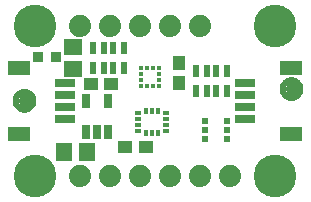
<source format=gbr>
G04 EAGLE Gerber RS-274X export*
G75*
%MOMM*%
%FSLAX34Y34*%
%LPD*%
%INSoldermask Top*%
%IPPOS*%
%AMOC8*
5,1,8,0,0,1.08239X$1,22.5*%
G01*
%ADD10R,1.341600X1.601600*%
%ADD11R,0.651600X1.301600*%
%ADD12R,1.601600X1.341600*%
%ADD13R,1.176600X1.101600*%
%ADD14R,0.551600X1.001600*%
%ADD15R,0.601600X0.601600*%
%ADD16R,0.601600X0.501600*%
%ADD17C,3.617600*%
%ADD18R,1.651600X0.701600*%
%ADD19R,1.901600X1.301600*%
%ADD20C,1.101600*%
%ADD21C,0.500000*%
%ADD22R,0.901600X0.901600*%
%ADD23R,1.101600X1.176600*%
%ADD24C,1.879600*%
%ADD25R,0.376600X0.351600*%
%ADD26R,0.351600X0.376600*%
%ADD27R,0.576600X0.351600*%
%ADD28R,0.351600X0.576600*%


D10*
X69317Y45974D03*
X50317Y45974D03*
D11*
X68478Y62564D03*
X77978Y62564D03*
X87478Y62564D03*
X87478Y88566D03*
X68478Y88566D03*
D12*
X57785Y115595D03*
X57785Y134595D03*
D13*
X72780Y102870D03*
X89780Y102870D03*
D14*
X187625Y96910D03*
X187625Y113910D03*
X178625Y96910D03*
X170625Y96910D03*
X161625Y96910D03*
X161625Y113910D03*
X178625Y113910D03*
X170625Y113910D03*
D15*
X187562Y56508D03*
D16*
X187562Y64008D03*
D15*
X187562Y71508D03*
X169562Y71508D03*
D16*
X169562Y64008D03*
D15*
X169562Y56508D03*
D17*
X25400Y152400D03*
X228600Y152400D03*
D18*
X203460Y83900D03*
X203460Y93900D03*
X203460Y73900D03*
X203460Y103900D03*
D19*
X242460Y60900D03*
X242460Y116900D03*
D18*
X50540Y93900D03*
X50540Y83900D03*
X50540Y103900D03*
X50540Y73900D03*
D19*
X11540Y116900D03*
X11540Y60900D03*
D20*
X16510Y88900D03*
D21*
X16510Y96400D02*
X16329Y96398D01*
X16148Y96391D01*
X15967Y96380D01*
X15786Y96365D01*
X15606Y96345D01*
X15426Y96321D01*
X15247Y96293D01*
X15069Y96260D01*
X14892Y96223D01*
X14715Y96182D01*
X14540Y96137D01*
X14365Y96087D01*
X14192Y96033D01*
X14021Y95975D01*
X13850Y95913D01*
X13682Y95846D01*
X13515Y95776D01*
X13349Y95702D01*
X13186Y95623D01*
X13025Y95541D01*
X12865Y95455D01*
X12708Y95365D01*
X12553Y95271D01*
X12400Y95174D01*
X12250Y95072D01*
X12102Y94968D01*
X11956Y94859D01*
X11814Y94748D01*
X11674Y94632D01*
X11537Y94514D01*
X11402Y94392D01*
X11271Y94267D01*
X11143Y94139D01*
X11018Y94008D01*
X10896Y93873D01*
X10778Y93736D01*
X10662Y93596D01*
X10551Y93454D01*
X10442Y93308D01*
X10338Y93160D01*
X10236Y93010D01*
X10139Y92857D01*
X10045Y92702D01*
X9955Y92545D01*
X9869Y92385D01*
X9787Y92224D01*
X9708Y92061D01*
X9634Y91895D01*
X9564Y91728D01*
X9497Y91560D01*
X9435Y91389D01*
X9377Y91218D01*
X9323Y91045D01*
X9273Y90870D01*
X9228Y90695D01*
X9187Y90518D01*
X9150Y90341D01*
X9117Y90163D01*
X9089Y89984D01*
X9065Y89804D01*
X9045Y89624D01*
X9030Y89443D01*
X9019Y89262D01*
X9012Y89081D01*
X9010Y88900D01*
X16510Y96400D02*
X16691Y96398D01*
X16872Y96391D01*
X17053Y96380D01*
X17234Y96365D01*
X17414Y96345D01*
X17594Y96321D01*
X17773Y96293D01*
X17951Y96260D01*
X18128Y96223D01*
X18305Y96182D01*
X18480Y96137D01*
X18655Y96087D01*
X18828Y96033D01*
X18999Y95975D01*
X19170Y95913D01*
X19338Y95846D01*
X19505Y95776D01*
X19671Y95702D01*
X19834Y95623D01*
X19995Y95541D01*
X20155Y95455D01*
X20312Y95365D01*
X20467Y95271D01*
X20620Y95174D01*
X20770Y95072D01*
X20918Y94968D01*
X21064Y94859D01*
X21206Y94748D01*
X21346Y94632D01*
X21483Y94514D01*
X21618Y94392D01*
X21749Y94267D01*
X21877Y94139D01*
X22002Y94008D01*
X22124Y93873D01*
X22242Y93736D01*
X22358Y93596D01*
X22469Y93454D01*
X22578Y93308D01*
X22682Y93160D01*
X22784Y93010D01*
X22881Y92857D01*
X22975Y92702D01*
X23065Y92545D01*
X23151Y92385D01*
X23233Y92224D01*
X23312Y92061D01*
X23386Y91895D01*
X23456Y91728D01*
X23523Y91560D01*
X23585Y91389D01*
X23643Y91218D01*
X23697Y91045D01*
X23747Y90870D01*
X23792Y90695D01*
X23833Y90518D01*
X23870Y90341D01*
X23903Y90163D01*
X23931Y89984D01*
X23955Y89804D01*
X23975Y89624D01*
X23990Y89443D01*
X24001Y89262D01*
X24008Y89081D01*
X24010Y88900D01*
X24008Y88719D01*
X24001Y88538D01*
X23990Y88357D01*
X23975Y88176D01*
X23955Y87996D01*
X23931Y87816D01*
X23903Y87637D01*
X23870Y87459D01*
X23833Y87282D01*
X23792Y87105D01*
X23747Y86930D01*
X23697Y86755D01*
X23643Y86582D01*
X23585Y86411D01*
X23523Y86240D01*
X23456Y86072D01*
X23386Y85905D01*
X23312Y85739D01*
X23233Y85576D01*
X23151Y85415D01*
X23065Y85255D01*
X22975Y85098D01*
X22881Y84943D01*
X22784Y84790D01*
X22682Y84640D01*
X22578Y84492D01*
X22469Y84346D01*
X22358Y84204D01*
X22242Y84064D01*
X22124Y83927D01*
X22002Y83792D01*
X21877Y83661D01*
X21749Y83533D01*
X21618Y83408D01*
X21483Y83286D01*
X21346Y83168D01*
X21206Y83052D01*
X21064Y82941D01*
X20918Y82832D01*
X20770Y82728D01*
X20620Y82626D01*
X20467Y82529D01*
X20312Y82435D01*
X20155Y82345D01*
X19995Y82259D01*
X19834Y82177D01*
X19671Y82098D01*
X19505Y82024D01*
X19338Y81954D01*
X19170Y81887D01*
X18999Y81825D01*
X18828Y81767D01*
X18655Y81713D01*
X18480Y81663D01*
X18305Y81618D01*
X18128Y81577D01*
X17951Y81540D01*
X17773Y81507D01*
X17594Y81479D01*
X17414Y81455D01*
X17234Y81435D01*
X17053Y81420D01*
X16872Y81409D01*
X16691Y81402D01*
X16510Y81400D01*
X16329Y81402D01*
X16148Y81409D01*
X15967Y81420D01*
X15786Y81435D01*
X15606Y81455D01*
X15426Y81479D01*
X15247Y81507D01*
X15069Y81540D01*
X14892Y81577D01*
X14715Y81618D01*
X14540Y81663D01*
X14365Y81713D01*
X14192Y81767D01*
X14021Y81825D01*
X13850Y81887D01*
X13682Y81954D01*
X13515Y82024D01*
X13349Y82098D01*
X13186Y82177D01*
X13025Y82259D01*
X12865Y82345D01*
X12708Y82435D01*
X12553Y82529D01*
X12400Y82626D01*
X12250Y82728D01*
X12102Y82832D01*
X11956Y82941D01*
X11814Y83052D01*
X11674Y83168D01*
X11537Y83286D01*
X11402Y83408D01*
X11271Y83533D01*
X11143Y83661D01*
X11018Y83792D01*
X10896Y83927D01*
X10778Y84064D01*
X10662Y84204D01*
X10551Y84346D01*
X10442Y84492D01*
X10338Y84640D01*
X10236Y84790D01*
X10139Y84943D01*
X10045Y85098D01*
X9955Y85255D01*
X9869Y85415D01*
X9787Y85576D01*
X9708Y85739D01*
X9634Y85905D01*
X9564Y86072D01*
X9497Y86240D01*
X9435Y86411D01*
X9377Y86582D01*
X9323Y86755D01*
X9273Y86930D01*
X9228Y87105D01*
X9187Y87282D01*
X9150Y87459D01*
X9117Y87637D01*
X9089Y87816D01*
X9065Y87996D01*
X9045Y88176D01*
X9030Y88357D01*
X9019Y88538D01*
X9012Y88719D01*
X9010Y88900D01*
D20*
X242570Y98806D03*
D21*
X242570Y106306D02*
X242389Y106304D01*
X242208Y106297D01*
X242027Y106286D01*
X241846Y106271D01*
X241666Y106251D01*
X241486Y106227D01*
X241307Y106199D01*
X241129Y106166D01*
X240952Y106129D01*
X240775Y106088D01*
X240600Y106043D01*
X240425Y105993D01*
X240252Y105939D01*
X240081Y105881D01*
X239910Y105819D01*
X239742Y105752D01*
X239575Y105682D01*
X239409Y105608D01*
X239246Y105529D01*
X239085Y105447D01*
X238925Y105361D01*
X238768Y105271D01*
X238613Y105177D01*
X238460Y105080D01*
X238310Y104978D01*
X238162Y104874D01*
X238016Y104765D01*
X237874Y104654D01*
X237734Y104538D01*
X237597Y104420D01*
X237462Y104298D01*
X237331Y104173D01*
X237203Y104045D01*
X237078Y103914D01*
X236956Y103779D01*
X236838Y103642D01*
X236722Y103502D01*
X236611Y103360D01*
X236502Y103214D01*
X236398Y103066D01*
X236296Y102916D01*
X236199Y102763D01*
X236105Y102608D01*
X236015Y102451D01*
X235929Y102291D01*
X235847Y102130D01*
X235768Y101967D01*
X235694Y101801D01*
X235624Y101634D01*
X235557Y101466D01*
X235495Y101295D01*
X235437Y101124D01*
X235383Y100951D01*
X235333Y100776D01*
X235288Y100601D01*
X235247Y100424D01*
X235210Y100247D01*
X235177Y100069D01*
X235149Y99890D01*
X235125Y99710D01*
X235105Y99530D01*
X235090Y99349D01*
X235079Y99168D01*
X235072Y98987D01*
X235070Y98806D01*
X242570Y106306D02*
X242751Y106304D01*
X242932Y106297D01*
X243113Y106286D01*
X243294Y106271D01*
X243474Y106251D01*
X243654Y106227D01*
X243833Y106199D01*
X244011Y106166D01*
X244188Y106129D01*
X244365Y106088D01*
X244540Y106043D01*
X244715Y105993D01*
X244888Y105939D01*
X245059Y105881D01*
X245230Y105819D01*
X245398Y105752D01*
X245565Y105682D01*
X245731Y105608D01*
X245894Y105529D01*
X246055Y105447D01*
X246215Y105361D01*
X246372Y105271D01*
X246527Y105177D01*
X246680Y105080D01*
X246830Y104978D01*
X246978Y104874D01*
X247124Y104765D01*
X247266Y104654D01*
X247406Y104538D01*
X247543Y104420D01*
X247678Y104298D01*
X247809Y104173D01*
X247937Y104045D01*
X248062Y103914D01*
X248184Y103779D01*
X248302Y103642D01*
X248418Y103502D01*
X248529Y103360D01*
X248638Y103214D01*
X248742Y103066D01*
X248844Y102916D01*
X248941Y102763D01*
X249035Y102608D01*
X249125Y102451D01*
X249211Y102291D01*
X249293Y102130D01*
X249372Y101967D01*
X249446Y101801D01*
X249516Y101634D01*
X249583Y101466D01*
X249645Y101295D01*
X249703Y101124D01*
X249757Y100951D01*
X249807Y100776D01*
X249852Y100601D01*
X249893Y100424D01*
X249930Y100247D01*
X249963Y100069D01*
X249991Y99890D01*
X250015Y99710D01*
X250035Y99530D01*
X250050Y99349D01*
X250061Y99168D01*
X250068Y98987D01*
X250070Y98806D01*
X250068Y98625D01*
X250061Y98444D01*
X250050Y98263D01*
X250035Y98082D01*
X250015Y97902D01*
X249991Y97722D01*
X249963Y97543D01*
X249930Y97365D01*
X249893Y97188D01*
X249852Y97011D01*
X249807Y96836D01*
X249757Y96661D01*
X249703Y96488D01*
X249645Y96317D01*
X249583Y96146D01*
X249516Y95978D01*
X249446Y95811D01*
X249372Y95645D01*
X249293Y95482D01*
X249211Y95321D01*
X249125Y95161D01*
X249035Y95004D01*
X248941Y94849D01*
X248844Y94696D01*
X248742Y94546D01*
X248638Y94398D01*
X248529Y94252D01*
X248418Y94110D01*
X248302Y93970D01*
X248184Y93833D01*
X248062Y93698D01*
X247937Y93567D01*
X247809Y93439D01*
X247678Y93314D01*
X247543Y93192D01*
X247406Y93074D01*
X247266Y92958D01*
X247124Y92847D01*
X246978Y92738D01*
X246830Y92634D01*
X246680Y92532D01*
X246527Y92435D01*
X246372Y92341D01*
X246215Y92251D01*
X246055Y92165D01*
X245894Y92083D01*
X245731Y92004D01*
X245565Y91930D01*
X245398Y91860D01*
X245230Y91793D01*
X245059Y91731D01*
X244888Y91673D01*
X244715Y91619D01*
X244540Y91569D01*
X244365Y91524D01*
X244188Y91483D01*
X244011Y91446D01*
X243833Y91413D01*
X243654Y91385D01*
X243474Y91361D01*
X243294Y91341D01*
X243113Y91326D01*
X242932Y91315D01*
X242751Y91308D01*
X242570Y91306D01*
X242389Y91308D01*
X242208Y91315D01*
X242027Y91326D01*
X241846Y91341D01*
X241666Y91361D01*
X241486Y91385D01*
X241307Y91413D01*
X241129Y91446D01*
X240952Y91483D01*
X240775Y91524D01*
X240600Y91569D01*
X240425Y91619D01*
X240252Y91673D01*
X240081Y91731D01*
X239910Y91793D01*
X239742Y91860D01*
X239575Y91930D01*
X239409Y92004D01*
X239246Y92083D01*
X239085Y92165D01*
X238925Y92251D01*
X238768Y92341D01*
X238613Y92435D01*
X238460Y92532D01*
X238310Y92634D01*
X238162Y92738D01*
X238016Y92847D01*
X237874Y92958D01*
X237734Y93074D01*
X237597Y93192D01*
X237462Y93314D01*
X237331Y93439D01*
X237203Y93567D01*
X237078Y93698D01*
X236956Y93833D01*
X236838Y93970D01*
X236722Y94110D01*
X236611Y94252D01*
X236502Y94398D01*
X236398Y94546D01*
X236296Y94696D01*
X236199Y94849D01*
X236105Y95004D01*
X236015Y95161D01*
X235929Y95321D01*
X235847Y95482D01*
X235768Y95645D01*
X235694Y95811D01*
X235624Y95978D01*
X235557Y96146D01*
X235495Y96317D01*
X235437Y96488D01*
X235383Y96661D01*
X235333Y96836D01*
X235288Y97011D01*
X235247Y97188D01*
X235210Y97365D01*
X235177Y97543D01*
X235149Y97722D01*
X235125Y97902D01*
X235105Y98082D01*
X235090Y98263D01*
X235079Y98444D01*
X235072Y98625D01*
X235070Y98806D01*
D17*
X25400Y25400D03*
X228600Y25400D03*
D22*
X28060Y125730D03*
X43060Y125730D03*
D23*
X146939Y121149D03*
X146939Y104149D03*
D24*
X63500Y25400D03*
X88900Y25400D03*
X114300Y25400D03*
X139700Y25400D03*
X165100Y25400D03*
X190500Y25400D03*
D25*
X130055Y101720D03*
X130055Y106720D03*
X130055Y111720D03*
X130055Y116720D03*
D26*
X125055Y116720D03*
X120055Y116720D03*
D25*
X115055Y116720D03*
X115055Y111720D03*
X115055Y106720D03*
X115055Y101720D03*
D26*
X120055Y101720D03*
X125055Y101720D03*
D13*
X101990Y50165D03*
X118990Y50165D03*
D14*
X74630Y133595D03*
X74630Y116595D03*
X83630Y133595D03*
X91630Y133595D03*
X100630Y133595D03*
X100630Y116595D03*
X83630Y116595D03*
X91630Y116595D03*
D27*
X112835Y78620D03*
X112835Y73620D03*
X112835Y68620D03*
X112835Y63620D03*
D28*
X119460Y61995D03*
X124460Y61995D03*
X129460Y61995D03*
D27*
X136085Y63620D03*
X136085Y68620D03*
X136085Y73620D03*
X136085Y78620D03*
D28*
X129460Y80245D03*
X124460Y80245D03*
X119460Y80245D03*
D24*
X63500Y152400D03*
X88900Y152400D03*
X114300Y152400D03*
X139700Y152400D03*
X165100Y152400D03*
M02*

</source>
